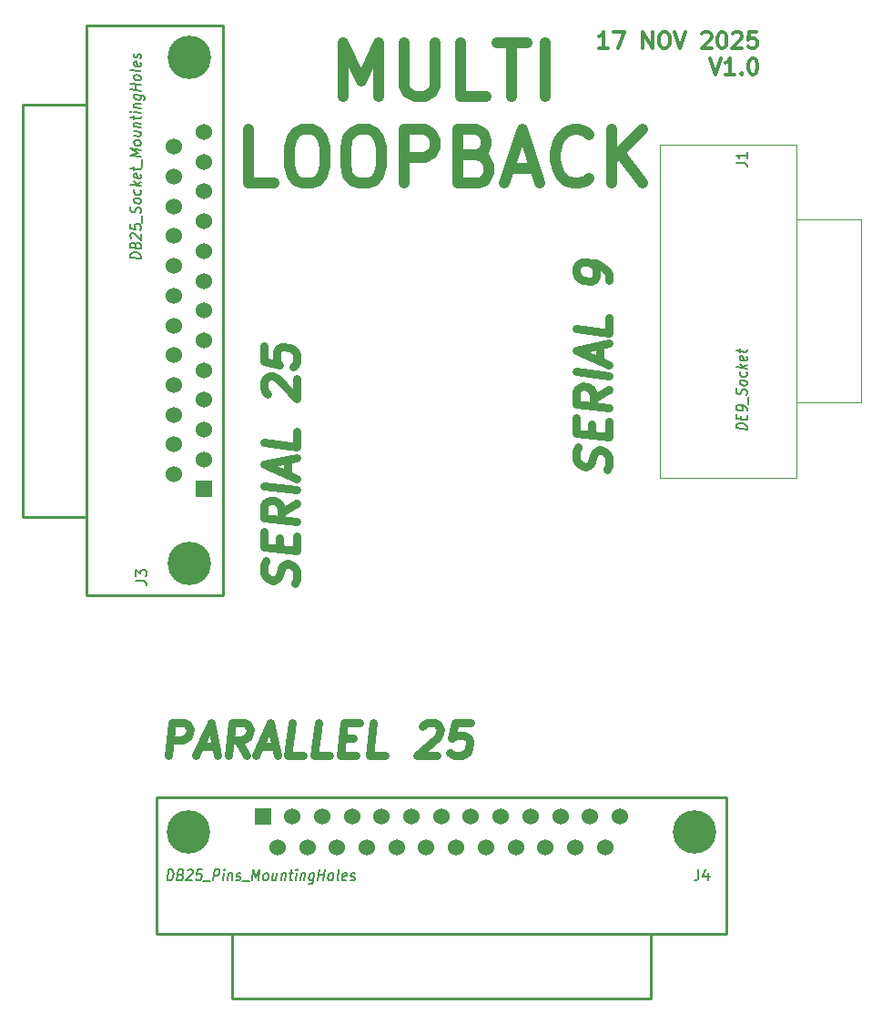
<source format=gbr>
%TF.GenerationSoftware,KiCad,Pcbnew,9.0.4*%
%TF.CreationDate,2025-11-17T21:33:10+13:00*%
%TF.ProjectId,LoopbackBoard,4c6f6f70-6261-4636-9b42-6f6172642e6b,rev?*%
%TF.SameCoordinates,Original*%
%TF.FileFunction,Legend,Top*%
%TF.FilePolarity,Positive*%
%FSLAX46Y46*%
G04 Gerber Fmt 4.6, Leading zero omitted, Abs format (unit mm)*
G04 Created by KiCad (PCBNEW 9.0.4) date 2025-11-17 21:33:10*
%MOMM*%
%LPD*%
G01*
G04 APERTURE LIST*
%ADD10C,0.750000*%
%ADD11C,0.300000*%
%ADD12C,1.000000*%
%ADD13C,0.150000*%
%ADD14C,0.203200*%
%ADD15C,0.120000*%
%ADD16C,0.254000*%
%ADD17R,1.524000X1.524000*%
%ADD18C,1.524000*%
%ADD19C,4.048760*%
G04 APERTURE END LIST*
D10*
X80437849Y-88925657D02*
X80812849Y-85925657D01*
X80812849Y-85925657D02*
X81955706Y-85925657D01*
X81955706Y-85925657D02*
X82223563Y-86068514D01*
X82223563Y-86068514D02*
X82348563Y-86211371D01*
X82348563Y-86211371D02*
X82455706Y-86497085D01*
X82455706Y-86497085D02*
X82402135Y-86925657D01*
X82402135Y-86925657D02*
X82223563Y-87211371D01*
X82223563Y-87211371D02*
X82062849Y-87354228D01*
X82062849Y-87354228D02*
X81759278Y-87497085D01*
X81759278Y-87497085D02*
X80616421Y-87497085D01*
X83402135Y-88068514D02*
X84830706Y-88068514D01*
X83009278Y-88925657D02*
X84384278Y-85925657D01*
X84384278Y-85925657D02*
X85009278Y-88925657D01*
X87723564Y-88925657D02*
X86902135Y-87497085D01*
X86009278Y-88925657D02*
X86384278Y-85925657D01*
X86384278Y-85925657D02*
X87527135Y-85925657D01*
X87527135Y-85925657D02*
X87794992Y-86068514D01*
X87794992Y-86068514D02*
X87919992Y-86211371D01*
X87919992Y-86211371D02*
X88027135Y-86497085D01*
X88027135Y-86497085D02*
X87973564Y-86925657D01*
X87973564Y-86925657D02*
X87794992Y-87211371D01*
X87794992Y-87211371D02*
X87634278Y-87354228D01*
X87634278Y-87354228D02*
X87330707Y-87497085D01*
X87330707Y-87497085D02*
X86187850Y-87497085D01*
X88973564Y-88068514D02*
X90402135Y-88068514D01*
X88580707Y-88925657D02*
X89955707Y-85925657D01*
X89955707Y-85925657D02*
X90580707Y-88925657D01*
X93009279Y-88925657D02*
X91580707Y-88925657D01*
X91580707Y-88925657D02*
X91955707Y-85925657D01*
X95437850Y-88925657D02*
X94009278Y-88925657D01*
X94009278Y-88925657D02*
X94384278Y-85925657D01*
X96634278Y-87354228D02*
X97634278Y-87354228D01*
X97866421Y-88925657D02*
X96437849Y-88925657D01*
X96437849Y-88925657D02*
X96812849Y-85925657D01*
X96812849Y-85925657D02*
X98241421Y-85925657D01*
X100580707Y-88925657D02*
X99152135Y-88925657D01*
X99152135Y-88925657D02*
X99527135Y-85925657D01*
X104062849Y-86211371D02*
X104223563Y-86068514D01*
X104223563Y-86068514D02*
X104527134Y-85925657D01*
X104527134Y-85925657D02*
X105241420Y-85925657D01*
X105241420Y-85925657D02*
X105509277Y-86068514D01*
X105509277Y-86068514D02*
X105634277Y-86211371D01*
X105634277Y-86211371D02*
X105741420Y-86497085D01*
X105741420Y-86497085D02*
X105705706Y-86782800D01*
X105705706Y-86782800D02*
X105509277Y-87211371D01*
X105509277Y-87211371D02*
X103580706Y-88925657D01*
X103580706Y-88925657D02*
X105437849Y-88925657D01*
X108527135Y-85925657D02*
X107098563Y-85925657D01*
X107098563Y-85925657D02*
X106777135Y-87354228D01*
X106777135Y-87354228D02*
X106937849Y-87211371D01*
X106937849Y-87211371D02*
X107241420Y-87068514D01*
X107241420Y-87068514D02*
X107955706Y-87068514D01*
X107955706Y-87068514D02*
X108223563Y-87211371D01*
X108223563Y-87211371D02*
X108348563Y-87354228D01*
X108348563Y-87354228D02*
X108455706Y-87639942D01*
X108455706Y-87639942D02*
X108366420Y-88354228D01*
X108366420Y-88354228D02*
X108187849Y-88639942D01*
X108187849Y-88639942D02*
X108027135Y-88782800D01*
X108027135Y-88782800D02*
X107723563Y-88925657D01*
X107723563Y-88925657D02*
X107009277Y-88925657D01*
X107009277Y-88925657D02*
X106741420Y-88782800D01*
X106741420Y-88782800D02*
X106616420Y-88639942D01*
D11*
X121380625Y-23143428D02*
X120523482Y-23143428D01*
X120952053Y-23143428D02*
X120952053Y-21643428D01*
X120952053Y-21643428D02*
X120809196Y-21857714D01*
X120809196Y-21857714D02*
X120666339Y-22000571D01*
X120666339Y-22000571D02*
X120523482Y-22072000D01*
X121880624Y-21643428D02*
X122880624Y-21643428D01*
X122880624Y-21643428D02*
X122237767Y-23143428D01*
X124594909Y-23143428D02*
X124594909Y-21643428D01*
X124594909Y-21643428D02*
X125452052Y-23143428D01*
X125452052Y-23143428D02*
X125452052Y-21643428D01*
X126452053Y-21643428D02*
X126737767Y-21643428D01*
X126737767Y-21643428D02*
X126880624Y-21714857D01*
X126880624Y-21714857D02*
X127023481Y-21857714D01*
X127023481Y-21857714D02*
X127094910Y-22143428D01*
X127094910Y-22143428D02*
X127094910Y-22643428D01*
X127094910Y-22643428D02*
X127023481Y-22929142D01*
X127023481Y-22929142D02*
X126880624Y-23072000D01*
X126880624Y-23072000D02*
X126737767Y-23143428D01*
X126737767Y-23143428D02*
X126452053Y-23143428D01*
X126452053Y-23143428D02*
X126309196Y-23072000D01*
X126309196Y-23072000D02*
X126166338Y-22929142D01*
X126166338Y-22929142D02*
X126094910Y-22643428D01*
X126094910Y-22643428D02*
X126094910Y-22143428D01*
X126094910Y-22143428D02*
X126166338Y-21857714D01*
X126166338Y-21857714D02*
X126309196Y-21714857D01*
X126309196Y-21714857D02*
X126452053Y-21643428D01*
X127523482Y-21643428D02*
X128023482Y-23143428D01*
X128023482Y-23143428D02*
X128523482Y-21643428D01*
X130094910Y-21786285D02*
X130166338Y-21714857D01*
X130166338Y-21714857D02*
X130309196Y-21643428D01*
X130309196Y-21643428D02*
X130666338Y-21643428D01*
X130666338Y-21643428D02*
X130809196Y-21714857D01*
X130809196Y-21714857D02*
X130880624Y-21786285D01*
X130880624Y-21786285D02*
X130952053Y-21929142D01*
X130952053Y-21929142D02*
X130952053Y-22072000D01*
X130952053Y-22072000D02*
X130880624Y-22286285D01*
X130880624Y-22286285D02*
X130023481Y-23143428D01*
X130023481Y-23143428D02*
X130952053Y-23143428D01*
X131880624Y-21643428D02*
X132023481Y-21643428D01*
X132023481Y-21643428D02*
X132166338Y-21714857D01*
X132166338Y-21714857D02*
X132237767Y-21786285D01*
X132237767Y-21786285D02*
X132309195Y-21929142D01*
X132309195Y-21929142D02*
X132380624Y-22214857D01*
X132380624Y-22214857D02*
X132380624Y-22572000D01*
X132380624Y-22572000D02*
X132309195Y-22857714D01*
X132309195Y-22857714D02*
X132237767Y-23000571D01*
X132237767Y-23000571D02*
X132166338Y-23072000D01*
X132166338Y-23072000D02*
X132023481Y-23143428D01*
X132023481Y-23143428D02*
X131880624Y-23143428D01*
X131880624Y-23143428D02*
X131737767Y-23072000D01*
X131737767Y-23072000D02*
X131666338Y-23000571D01*
X131666338Y-23000571D02*
X131594909Y-22857714D01*
X131594909Y-22857714D02*
X131523481Y-22572000D01*
X131523481Y-22572000D02*
X131523481Y-22214857D01*
X131523481Y-22214857D02*
X131594909Y-21929142D01*
X131594909Y-21929142D02*
X131666338Y-21786285D01*
X131666338Y-21786285D02*
X131737767Y-21714857D01*
X131737767Y-21714857D02*
X131880624Y-21643428D01*
X132952052Y-21786285D02*
X133023480Y-21714857D01*
X133023480Y-21714857D02*
X133166338Y-21643428D01*
X133166338Y-21643428D02*
X133523480Y-21643428D01*
X133523480Y-21643428D02*
X133666338Y-21714857D01*
X133666338Y-21714857D02*
X133737766Y-21786285D01*
X133737766Y-21786285D02*
X133809195Y-21929142D01*
X133809195Y-21929142D02*
X133809195Y-22072000D01*
X133809195Y-22072000D02*
X133737766Y-22286285D01*
X133737766Y-22286285D02*
X132880623Y-23143428D01*
X132880623Y-23143428D02*
X133809195Y-23143428D01*
X135166337Y-21643428D02*
X134452051Y-21643428D01*
X134452051Y-21643428D02*
X134380623Y-22357714D01*
X134380623Y-22357714D02*
X134452051Y-22286285D01*
X134452051Y-22286285D02*
X134594909Y-22214857D01*
X134594909Y-22214857D02*
X134952051Y-22214857D01*
X134952051Y-22214857D02*
X135094909Y-22286285D01*
X135094909Y-22286285D02*
X135166337Y-22357714D01*
X135166337Y-22357714D02*
X135237766Y-22500571D01*
X135237766Y-22500571D02*
X135237766Y-22857714D01*
X135237766Y-22857714D02*
X135166337Y-23000571D01*
X135166337Y-23000571D02*
X135094909Y-23072000D01*
X135094909Y-23072000D02*
X134952051Y-23143428D01*
X134952051Y-23143428D02*
X134594909Y-23143428D01*
X134594909Y-23143428D02*
X134452051Y-23072000D01*
X134452051Y-23072000D02*
X134380623Y-23000571D01*
D10*
X92211800Y-72899950D02*
X92354657Y-72489236D01*
X92354657Y-72489236D02*
X92354657Y-71774950D01*
X92354657Y-71774950D02*
X92211800Y-71471379D01*
X92211800Y-71471379D02*
X92068942Y-71310664D01*
X92068942Y-71310664D02*
X91783228Y-71132093D01*
X91783228Y-71132093D02*
X91497514Y-71096379D01*
X91497514Y-71096379D02*
X91211800Y-71203521D01*
X91211800Y-71203521D02*
X91068942Y-71328521D01*
X91068942Y-71328521D02*
X90926085Y-71596379D01*
X90926085Y-71596379D02*
X90783228Y-72149950D01*
X90783228Y-72149950D02*
X90640371Y-72417807D01*
X90640371Y-72417807D02*
X90497514Y-72542807D01*
X90497514Y-72542807D02*
X90211800Y-72649950D01*
X90211800Y-72649950D02*
X89926085Y-72614236D01*
X89926085Y-72614236D02*
X89640371Y-72435664D01*
X89640371Y-72435664D02*
X89497514Y-72274950D01*
X89497514Y-72274950D02*
X89354657Y-71971379D01*
X89354657Y-71971379D02*
X89354657Y-71257093D01*
X89354657Y-71257093D02*
X89497514Y-70846379D01*
X90783228Y-69721378D02*
X90783228Y-68721378D01*
X92354657Y-68489236D02*
X92354657Y-69917807D01*
X92354657Y-69917807D02*
X89354657Y-69542807D01*
X89354657Y-69542807D02*
X89354657Y-68114236D01*
X92354657Y-65489235D02*
X90926085Y-66310664D01*
X92354657Y-67203521D02*
X89354657Y-66828521D01*
X89354657Y-66828521D02*
X89354657Y-65685664D01*
X89354657Y-65685664D02*
X89497514Y-65417807D01*
X89497514Y-65417807D02*
X89640371Y-65292807D01*
X89640371Y-65292807D02*
X89926085Y-65185664D01*
X89926085Y-65185664D02*
X90354657Y-65239235D01*
X90354657Y-65239235D02*
X90640371Y-65417807D01*
X90640371Y-65417807D02*
X90783228Y-65578521D01*
X90783228Y-65578521D02*
X90926085Y-65882092D01*
X90926085Y-65882092D02*
X90926085Y-67024950D01*
X92354657Y-64203521D02*
X89354657Y-63828521D01*
X91497514Y-62810664D02*
X91497514Y-61382093D01*
X92354657Y-63203521D02*
X89354657Y-61828521D01*
X89354657Y-61828521D02*
X92354657Y-61203521D01*
X92354657Y-58774950D02*
X92354657Y-60203521D01*
X92354657Y-60203521D02*
X89354657Y-59828521D01*
X89640371Y-55292807D02*
X89497514Y-55132093D01*
X89497514Y-55132093D02*
X89354657Y-54828522D01*
X89354657Y-54828522D02*
X89354657Y-54114236D01*
X89354657Y-54114236D02*
X89497514Y-53846379D01*
X89497514Y-53846379D02*
X89640371Y-53721379D01*
X89640371Y-53721379D02*
X89926085Y-53614236D01*
X89926085Y-53614236D02*
X90211800Y-53649950D01*
X90211800Y-53649950D02*
X90640371Y-53846379D01*
X90640371Y-53846379D02*
X92354657Y-55774950D01*
X92354657Y-55774950D02*
X92354657Y-53917807D01*
X89354657Y-50828522D02*
X89354657Y-52257093D01*
X89354657Y-52257093D02*
X90783228Y-52578522D01*
X90783228Y-52578522D02*
X90640371Y-52417807D01*
X90640371Y-52417807D02*
X90497514Y-52114236D01*
X90497514Y-52114236D02*
X90497514Y-51399950D01*
X90497514Y-51399950D02*
X90640371Y-51132093D01*
X90640371Y-51132093D02*
X90783228Y-51007093D01*
X90783228Y-51007093D02*
X91068942Y-50899950D01*
X91068942Y-50899950D02*
X91783228Y-50989236D01*
X91783228Y-50989236D02*
X92068942Y-51167807D01*
X92068942Y-51167807D02*
X92211800Y-51328522D01*
X92211800Y-51328522D02*
X92354657Y-51632093D01*
X92354657Y-51632093D02*
X92354657Y-52346379D01*
X92354657Y-52346379D02*
X92211800Y-52614236D01*
X92211800Y-52614236D02*
X92068942Y-52739236D01*
D11*
X130820025Y-24081828D02*
X131320025Y-25581828D01*
X131320025Y-25581828D02*
X131820025Y-24081828D01*
X133105739Y-25581828D02*
X132248596Y-25581828D01*
X132677167Y-25581828D02*
X132677167Y-24081828D01*
X132677167Y-24081828D02*
X132534310Y-24296114D01*
X132534310Y-24296114D02*
X132391453Y-24438971D01*
X132391453Y-24438971D02*
X132248596Y-24510400D01*
X133748595Y-25438971D02*
X133820024Y-25510400D01*
X133820024Y-25510400D02*
X133748595Y-25581828D01*
X133748595Y-25581828D02*
X133677167Y-25510400D01*
X133677167Y-25510400D02*
X133748595Y-25438971D01*
X133748595Y-25438971D02*
X133748595Y-25581828D01*
X134748596Y-24081828D02*
X134891453Y-24081828D01*
X134891453Y-24081828D02*
X135034310Y-24153257D01*
X135034310Y-24153257D02*
X135105739Y-24224685D01*
X135105739Y-24224685D02*
X135177167Y-24367542D01*
X135177167Y-24367542D02*
X135248596Y-24653257D01*
X135248596Y-24653257D02*
X135248596Y-25010400D01*
X135248596Y-25010400D02*
X135177167Y-25296114D01*
X135177167Y-25296114D02*
X135105739Y-25438971D01*
X135105739Y-25438971D02*
X135034310Y-25510400D01*
X135034310Y-25510400D02*
X134891453Y-25581828D01*
X134891453Y-25581828D02*
X134748596Y-25581828D01*
X134748596Y-25581828D02*
X134605739Y-25510400D01*
X134605739Y-25510400D02*
X134534310Y-25438971D01*
X134534310Y-25438971D02*
X134462881Y-25296114D01*
X134462881Y-25296114D02*
X134391453Y-25010400D01*
X134391453Y-25010400D02*
X134391453Y-24653257D01*
X134391453Y-24653257D02*
X134462881Y-24367542D01*
X134462881Y-24367542D02*
X134534310Y-24224685D01*
X134534310Y-24224685D02*
X134605739Y-24153257D01*
X134605739Y-24153257D02*
X134748596Y-24081828D01*
D10*
X121269400Y-62308150D02*
X121412257Y-61897436D01*
X121412257Y-61897436D02*
X121412257Y-61183150D01*
X121412257Y-61183150D02*
X121269400Y-60879579D01*
X121269400Y-60879579D02*
X121126542Y-60718864D01*
X121126542Y-60718864D02*
X120840828Y-60540293D01*
X120840828Y-60540293D02*
X120555114Y-60504579D01*
X120555114Y-60504579D02*
X120269400Y-60611721D01*
X120269400Y-60611721D02*
X120126542Y-60736721D01*
X120126542Y-60736721D02*
X119983685Y-61004579D01*
X119983685Y-61004579D02*
X119840828Y-61558150D01*
X119840828Y-61558150D02*
X119697971Y-61826007D01*
X119697971Y-61826007D02*
X119555114Y-61951007D01*
X119555114Y-61951007D02*
X119269400Y-62058150D01*
X119269400Y-62058150D02*
X118983685Y-62022436D01*
X118983685Y-62022436D02*
X118697971Y-61843864D01*
X118697971Y-61843864D02*
X118555114Y-61683150D01*
X118555114Y-61683150D02*
X118412257Y-61379579D01*
X118412257Y-61379579D02*
X118412257Y-60665293D01*
X118412257Y-60665293D02*
X118555114Y-60254579D01*
X119840828Y-59129578D02*
X119840828Y-58129578D01*
X121412257Y-57897436D02*
X121412257Y-59326007D01*
X121412257Y-59326007D02*
X118412257Y-58951007D01*
X118412257Y-58951007D02*
X118412257Y-57522436D01*
X121412257Y-54897435D02*
X119983685Y-55718864D01*
X121412257Y-56611721D02*
X118412257Y-56236721D01*
X118412257Y-56236721D02*
X118412257Y-55093864D01*
X118412257Y-55093864D02*
X118555114Y-54826007D01*
X118555114Y-54826007D02*
X118697971Y-54701007D01*
X118697971Y-54701007D02*
X118983685Y-54593864D01*
X118983685Y-54593864D02*
X119412257Y-54647435D01*
X119412257Y-54647435D02*
X119697971Y-54826007D01*
X119697971Y-54826007D02*
X119840828Y-54986721D01*
X119840828Y-54986721D02*
X119983685Y-55290292D01*
X119983685Y-55290292D02*
X119983685Y-56433150D01*
X121412257Y-53611721D02*
X118412257Y-53236721D01*
X120555114Y-52218864D02*
X120555114Y-50790293D01*
X121412257Y-52611721D02*
X118412257Y-51236721D01*
X118412257Y-51236721D02*
X121412257Y-50611721D01*
X121412257Y-48183150D02*
X121412257Y-49611721D01*
X121412257Y-49611721D02*
X118412257Y-49236721D01*
X121412257Y-44754579D02*
X121412257Y-44183150D01*
X121412257Y-44183150D02*
X121269400Y-43879579D01*
X121269400Y-43879579D02*
X121126542Y-43718865D01*
X121126542Y-43718865D02*
X120697971Y-43379579D01*
X120697971Y-43379579D02*
X120126542Y-43165293D01*
X120126542Y-43165293D02*
X118983685Y-43022436D01*
X118983685Y-43022436D02*
X118697971Y-43129579D01*
X118697971Y-43129579D02*
X118555114Y-43254579D01*
X118555114Y-43254579D02*
X118412257Y-43522436D01*
X118412257Y-43522436D02*
X118412257Y-44093865D01*
X118412257Y-44093865D02*
X118555114Y-44397436D01*
X118555114Y-44397436D02*
X118697971Y-44558150D01*
X118697971Y-44558150D02*
X118983685Y-44736722D01*
X118983685Y-44736722D02*
X119697971Y-44826007D01*
X119697971Y-44826007D02*
X119983685Y-44718865D01*
X119983685Y-44718865D02*
X120126542Y-44593865D01*
X120126542Y-44593865D02*
X120269400Y-44326007D01*
X120269400Y-44326007D02*
X120269400Y-43754579D01*
X120269400Y-43754579D02*
X120126542Y-43451007D01*
X120126542Y-43451007D02*
X119983685Y-43290293D01*
X119983685Y-43290293D02*
X119697971Y-43111722D01*
D12*
X96691038Y-27659175D02*
X96691038Y-22659175D01*
X96691038Y-22659175D02*
X98357704Y-26230603D01*
X98357704Y-26230603D02*
X100024371Y-22659175D01*
X100024371Y-22659175D02*
X100024371Y-27659175D01*
X102405324Y-22659175D02*
X102405324Y-26706794D01*
X102405324Y-26706794D02*
X102643419Y-27182984D01*
X102643419Y-27182984D02*
X102881514Y-27421080D01*
X102881514Y-27421080D02*
X103357705Y-27659175D01*
X103357705Y-27659175D02*
X104310086Y-27659175D01*
X104310086Y-27659175D02*
X104786276Y-27421080D01*
X104786276Y-27421080D02*
X105024371Y-27182984D01*
X105024371Y-27182984D02*
X105262467Y-26706794D01*
X105262467Y-26706794D02*
X105262467Y-22659175D01*
X110024371Y-27659175D02*
X107643419Y-27659175D01*
X107643419Y-27659175D02*
X107643419Y-22659175D01*
X110976752Y-22659175D02*
X113833895Y-22659175D01*
X112405323Y-27659175D02*
X112405323Y-22659175D01*
X115500562Y-27659175D02*
X115500562Y-22659175D01*
X90262467Y-35708895D02*
X87881515Y-35708895D01*
X87881515Y-35708895D02*
X87881515Y-30708895D01*
X92881515Y-30708895D02*
X93833896Y-30708895D01*
X93833896Y-30708895D02*
X94310086Y-30946990D01*
X94310086Y-30946990D02*
X94786277Y-31423180D01*
X94786277Y-31423180D02*
X95024372Y-32375561D01*
X95024372Y-32375561D02*
X95024372Y-34042228D01*
X95024372Y-34042228D02*
X94786277Y-34994609D01*
X94786277Y-34994609D02*
X94310086Y-35470800D01*
X94310086Y-35470800D02*
X93833896Y-35708895D01*
X93833896Y-35708895D02*
X92881515Y-35708895D01*
X92881515Y-35708895D02*
X92405324Y-35470800D01*
X92405324Y-35470800D02*
X91929134Y-34994609D01*
X91929134Y-34994609D02*
X91691038Y-34042228D01*
X91691038Y-34042228D02*
X91691038Y-32375561D01*
X91691038Y-32375561D02*
X91929134Y-31423180D01*
X91929134Y-31423180D02*
X92405324Y-30946990D01*
X92405324Y-30946990D02*
X92881515Y-30708895D01*
X98119610Y-30708895D02*
X99071991Y-30708895D01*
X99071991Y-30708895D02*
X99548181Y-30946990D01*
X99548181Y-30946990D02*
X100024372Y-31423180D01*
X100024372Y-31423180D02*
X100262467Y-32375561D01*
X100262467Y-32375561D02*
X100262467Y-34042228D01*
X100262467Y-34042228D02*
X100024372Y-34994609D01*
X100024372Y-34994609D02*
X99548181Y-35470800D01*
X99548181Y-35470800D02*
X99071991Y-35708895D01*
X99071991Y-35708895D02*
X98119610Y-35708895D01*
X98119610Y-35708895D02*
X97643419Y-35470800D01*
X97643419Y-35470800D02*
X97167229Y-34994609D01*
X97167229Y-34994609D02*
X96929133Y-34042228D01*
X96929133Y-34042228D02*
X96929133Y-32375561D01*
X96929133Y-32375561D02*
X97167229Y-31423180D01*
X97167229Y-31423180D02*
X97643419Y-30946990D01*
X97643419Y-30946990D02*
X98119610Y-30708895D01*
X102405324Y-35708895D02*
X102405324Y-30708895D01*
X102405324Y-30708895D02*
X104310086Y-30708895D01*
X104310086Y-30708895D02*
X104786276Y-30946990D01*
X104786276Y-30946990D02*
X105024371Y-31185085D01*
X105024371Y-31185085D02*
X105262467Y-31661276D01*
X105262467Y-31661276D02*
X105262467Y-32375561D01*
X105262467Y-32375561D02*
X105024371Y-32851752D01*
X105024371Y-32851752D02*
X104786276Y-33089847D01*
X104786276Y-33089847D02*
X104310086Y-33327942D01*
X104310086Y-33327942D02*
X102405324Y-33327942D01*
X109071990Y-33089847D02*
X109786276Y-33327942D01*
X109786276Y-33327942D02*
X110024371Y-33566038D01*
X110024371Y-33566038D02*
X110262467Y-34042228D01*
X110262467Y-34042228D02*
X110262467Y-34756514D01*
X110262467Y-34756514D02*
X110024371Y-35232704D01*
X110024371Y-35232704D02*
X109786276Y-35470800D01*
X109786276Y-35470800D02*
X109310086Y-35708895D01*
X109310086Y-35708895D02*
X107405324Y-35708895D01*
X107405324Y-35708895D02*
X107405324Y-30708895D01*
X107405324Y-30708895D02*
X109071990Y-30708895D01*
X109071990Y-30708895D02*
X109548181Y-30946990D01*
X109548181Y-30946990D02*
X109786276Y-31185085D01*
X109786276Y-31185085D02*
X110024371Y-31661276D01*
X110024371Y-31661276D02*
X110024371Y-32137466D01*
X110024371Y-32137466D02*
X109786276Y-32613657D01*
X109786276Y-32613657D02*
X109548181Y-32851752D01*
X109548181Y-32851752D02*
X109071990Y-33089847D01*
X109071990Y-33089847D02*
X107405324Y-33089847D01*
X112167228Y-34280323D02*
X114548181Y-34280323D01*
X111691038Y-35708895D02*
X113357705Y-30708895D01*
X113357705Y-30708895D02*
X115024371Y-35708895D01*
X119548181Y-35232704D02*
X119310085Y-35470800D01*
X119310085Y-35470800D02*
X118595800Y-35708895D01*
X118595800Y-35708895D02*
X118119609Y-35708895D01*
X118119609Y-35708895D02*
X117405323Y-35470800D01*
X117405323Y-35470800D02*
X116929133Y-34994609D01*
X116929133Y-34994609D02*
X116691038Y-34518419D01*
X116691038Y-34518419D02*
X116452942Y-33566038D01*
X116452942Y-33566038D02*
X116452942Y-32851752D01*
X116452942Y-32851752D02*
X116691038Y-31899371D01*
X116691038Y-31899371D02*
X116929133Y-31423180D01*
X116929133Y-31423180D02*
X117405323Y-30946990D01*
X117405323Y-30946990D02*
X118119609Y-30708895D01*
X118119609Y-30708895D02*
X118595800Y-30708895D01*
X118595800Y-30708895D02*
X119310085Y-30946990D01*
X119310085Y-30946990D02*
X119548181Y-31185085D01*
X121691038Y-35708895D02*
X121691038Y-30708895D01*
X124548181Y-35708895D02*
X122405323Y-32851752D01*
X124548181Y-30708895D02*
X121691038Y-33566038D01*
D13*
X133287419Y-33810533D02*
X134001704Y-33810533D01*
X134001704Y-33810533D02*
X134144561Y-33858152D01*
X134144561Y-33858152D02*
X134239800Y-33953390D01*
X134239800Y-33953390D02*
X134287419Y-34096247D01*
X134287419Y-34096247D02*
X134287419Y-34191485D01*
X134287419Y-32810533D02*
X134287419Y-33381961D01*
X134287419Y-33096247D02*
X133287419Y-33096247D01*
X133287419Y-33096247D02*
X133430276Y-33191485D01*
X133430276Y-33191485D02*
X133525514Y-33286723D01*
X133525514Y-33286723D02*
X133573133Y-33381961D01*
X134262019Y-58614409D02*
X133262019Y-58489409D01*
X133262019Y-58489409D02*
X133262019Y-58275123D01*
X133262019Y-58275123D02*
X133309638Y-58152504D01*
X133309638Y-58152504D02*
X133404876Y-58078695D01*
X133404876Y-58078695D02*
X133500114Y-58047743D01*
X133500114Y-58047743D02*
X133690590Y-58028695D01*
X133690590Y-58028695D02*
X133833447Y-58046552D01*
X133833447Y-58046552D02*
X134023923Y-58113219D01*
X134023923Y-58113219D02*
X134119161Y-58167981D01*
X134119161Y-58167981D02*
X134214400Y-58265600D01*
X134214400Y-58265600D02*
X134262019Y-58400123D01*
X134262019Y-58400123D02*
X134262019Y-58614409D01*
X133738209Y-57648933D02*
X133738209Y-57348933D01*
X134262019Y-57285838D02*
X134262019Y-57714409D01*
X134262019Y-57714409D02*
X133262019Y-57589409D01*
X133262019Y-57589409D02*
X133262019Y-57160838D01*
X134262019Y-56857266D02*
X134262019Y-56685837D01*
X134262019Y-56685837D02*
X134214400Y-56594171D01*
X134214400Y-56594171D02*
X134166780Y-56545361D01*
X134166780Y-56545361D02*
X134023923Y-56441790D01*
X134023923Y-56441790D02*
X133833447Y-56375123D01*
X133833447Y-56375123D02*
X133452495Y-56327504D01*
X133452495Y-56327504D02*
X133357257Y-56358457D01*
X133357257Y-56358457D02*
X133309638Y-56395361D01*
X133309638Y-56395361D02*
X133262019Y-56475123D01*
X133262019Y-56475123D02*
X133262019Y-56646552D01*
X133262019Y-56646552D02*
X133309638Y-56738218D01*
X133309638Y-56738218D02*
X133357257Y-56787028D01*
X133357257Y-56787028D02*
X133452495Y-56841790D01*
X133452495Y-56841790D02*
X133690590Y-56871552D01*
X133690590Y-56871552D02*
X133785828Y-56840599D01*
X133785828Y-56840599D02*
X133833447Y-56803695D01*
X133833447Y-56803695D02*
X133881066Y-56723933D01*
X133881066Y-56723933D02*
X133881066Y-56552504D01*
X133881066Y-56552504D02*
X133833447Y-56460837D01*
X133833447Y-56460837D02*
X133785828Y-56412028D01*
X133785828Y-56412028D02*
X133690590Y-56357266D01*
X134357257Y-56269171D02*
X134357257Y-55583456D01*
X134214400Y-55394171D02*
X134262019Y-55271552D01*
X134262019Y-55271552D02*
X134262019Y-55057266D01*
X134262019Y-55057266D02*
X134214400Y-54965600D01*
X134214400Y-54965600D02*
X134166780Y-54916790D01*
X134166780Y-54916790D02*
X134071542Y-54862028D01*
X134071542Y-54862028D02*
X133976304Y-54850123D01*
X133976304Y-54850123D02*
X133881066Y-54881076D01*
X133881066Y-54881076D02*
X133833447Y-54917980D01*
X133833447Y-54917980D02*
X133785828Y-54997742D01*
X133785828Y-54997742D02*
X133738209Y-55163219D01*
X133738209Y-55163219D02*
X133690590Y-55242980D01*
X133690590Y-55242980D02*
X133642971Y-55279885D01*
X133642971Y-55279885D02*
X133547733Y-55310838D01*
X133547733Y-55310838D02*
X133452495Y-55298933D01*
X133452495Y-55298933D02*
X133357257Y-55244171D01*
X133357257Y-55244171D02*
X133309638Y-55195361D01*
X133309638Y-55195361D02*
X133262019Y-55103695D01*
X133262019Y-55103695D02*
X133262019Y-54889409D01*
X133262019Y-54889409D02*
X133309638Y-54766790D01*
X134262019Y-54371552D02*
X134214400Y-54451314D01*
X134214400Y-54451314D02*
X134166780Y-54488218D01*
X134166780Y-54488218D02*
X134071542Y-54519171D01*
X134071542Y-54519171D02*
X133785828Y-54483457D01*
X133785828Y-54483457D02*
X133690590Y-54428695D01*
X133690590Y-54428695D02*
X133642971Y-54379885D01*
X133642971Y-54379885D02*
X133595352Y-54288218D01*
X133595352Y-54288218D02*
X133595352Y-54159647D01*
X133595352Y-54159647D02*
X133642971Y-54079885D01*
X133642971Y-54079885D02*
X133690590Y-54042980D01*
X133690590Y-54042980D02*
X133785828Y-54012028D01*
X133785828Y-54012028D02*
X134071542Y-54047742D01*
X134071542Y-54047742D02*
X134166780Y-54102504D01*
X134166780Y-54102504D02*
X134214400Y-54151314D01*
X134214400Y-54151314D02*
X134262019Y-54242980D01*
X134262019Y-54242980D02*
X134262019Y-54371552D01*
X134214400Y-53294171D02*
X134262019Y-53385837D01*
X134262019Y-53385837D02*
X134262019Y-53557266D01*
X134262019Y-53557266D02*
X134214400Y-53637028D01*
X134214400Y-53637028D02*
X134166780Y-53673932D01*
X134166780Y-53673932D02*
X134071542Y-53704885D01*
X134071542Y-53704885D02*
X133785828Y-53669171D01*
X133785828Y-53669171D02*
X133690590Y-53614409D01*
X133690590Y-53614409D02*
X133642971Y-53565599D01*
X133642971Y-53565599D02*
X133595352Y-53473932D01*
X133595352Y-53473932D02*
X133595352Y-53302504D01*
X133595352Y-53302504D02*
X133642971Y-53222742D01*
X134262019Y-52914408D02*
X133262019Y-52789408D01*
X133881066Y-52781075D02*
X134262019Y-52571551D01*
X133595352Y-52488218D02*
X133976304Y-52878694D01*
X134214400Y-51837028D02*
X134262019Y-51928694D01*
X134262019Y-51928694D02*
X134262019Y-52100123D01*
X134262019Y-52100123D02*
X134214400Y-52179885D01*
X134214400Y-52179885D02*
X134119161Y-52210837D01*
X134119161Y-52210837D02*
X133738209Y-52163218D01*
X133738209Y-52163218D02*
X133642971Y-52108456D01*
X133642971Y-52108456D02*
X133595352Y-52016790D01*
X133595352Y-52016790D02*
X133595352Y-51845361D01*
X133595352Y-51845361D02*
X133642971Y-51765599D01*
X133642971Y-51765599D02*
X133738209Y-51734647D01*
X133738209Y-51734647D02*
X133833447Y-51746551D01*
X133833447Y-51746551D02*
X133928685Y-52187028D01*
X133595352Y-51459646D02*
X133595352Y-51116789D01*
X133262019Y-51289408D02*
X134119161Y-51396551D01*
X134119161Y-51396551D02*
X134214400Y-51365599D01*
X134214400Y-51365599D02*
X134262019Y-51285837D01*
X134262019Y-51285837D02*
X134262019Y-51200122D01*
D14*
X129734733Y-99544853D02*
X129734733Y-100270568D01*
X129734733Y-100270568D02*
X129686352Y-100415711D01*
X129686352Y-100415711D02*
X129589590Y-100512473D01*
X129589590Y-100512473D02*
X129444447Y-100560853D01*
X129444447Y-100560853D02*
X129347685Y-100560853D01*
X130653971Y-99883520D02*
X130653971Y-100560853D01*
X130412066Y-99496473D02*
X130170161Y-100222187D01*
X130170161Y-100222187D02*
X130799114Y-100222187D01*
X80334152Y-100560853D02*
X80461152Y-99544853D01*
X80461152Y-99544853D02*
X80678866Y-99544853D01*
X80678866Y-99544853D02*
X80803447Y-99593234D01*
X80803447Y-99593234D02*
X80878438Y-99689996D01*
X80878438Y-99689996D02*
X80909886Y-99786758D01*
X80909886Y-99786758D02*
X80929238Y-99980282D01*
X80929238Y-99980282D02*
X80911095Y-100125425D01*
X80911095Y-100125425D02*
X80843362Y-100318949D01*
X80843362Y-100318949D02*
X80787724Y-100415711D01*
X80787724Y-100415711D02*
X80688543Y-100512473D01*
X80688543Y-100512473D02*
X80551866Y-100560853D01*
X80551866Y-100560853D02*
X80334152Y-100560853D01*
X81619876Y-100028663D02*
X81744457Y-100077044D01*
X81744457Y-100077044D02*
X81781952Y-100125425D01*
X81781952Y-100125425D02*
X81813400Y-100222187D01*
X81813400Y-100222187D02*
X81795257Y-100367330D01*
X81795257Y-100367330D02*
X81739619Y-100464092D01*
X81739619Y-100464092D02*
X81690028Y-100512473D01*
X81690028Y-100512473D02*
X81596895Y-100560853D01*
X81596895Y-100560853D02*
X81248552Y-100560853D01*
X81248552Y-100560853D02*
X81375552Y-99544853D01*
X81375552Y-99544853D02*
X81680352Y-99544853D01*
X81680352Y-99544853D02*
X81761390Y-99593234D01*
X81761390Y-99593234D02*
X81798886Y-99641615D01*
X81798886Y-99641615D02*
X81830333Y-99738377D01*
X81830333Y-99738377D02*
X81818238Y-99835139D01*
X81818238Y-99835139D02*
X81762600Y-99931901D01*
X81762600Y-99931901D02*
X81713009Y-99980282D01*
X81713009Y-99980282D02*
X81619876Y-100028663D01*
X81619876Y-100028663D02*
X81315076Y-100028663D01*
X82234314Y-99641615D02*
X82283905Y-99593234D01*
X82283905Y-99593234D02*
X82377038Y-99544853D01*
X82377038Y-99544853D02*
X82594752Y-99544853D01*
X82594752Y-99544853D02*
X82675790Y-99593234D01*
X82675790Y-99593234D02*
X82713286Y-99641615D01*
X82713286Y-99641615D02*
X82744733Y-99738377D01*
X82744733Y-99738377D02*
X82732638Y-99835139D01*
X82732638Y-99835139D02*
X82670952Y-99980282D01*
X82670952Y-99980282D02*
X82075866Y-100560853D01*
X82075866Y-100560853D02*
X82641924Y-100560853D01*
X83596238Y-99544853D02*
X83160809Y-99544853D01*
X83160809Y-99544853D02*
X83056790Y-100028663D01*
X83056790Y-100028663D02*
X83106381Y-99980282D01*
X83106381Y-99980282D02*
X83199514Y-99931901D01*
X83199514Y-99931901D02*
X83417228Y-99931901D01*
X83417228Y-99931901D02*
X83498266Y-99980282D01*
X83498266Y-99980282D02*
X83535762Y-100028663D01*
X83535762Y-100028663D02*
X83567209Y-100125425D01*
X83567209Y-100125425D02*
X83536971Y-100367330D01*
X83536971Y-100367330D02*
X83481333Y-100464092D01*
X83481333Y-100464092D02*
X83431743Y-100512473D01*
X83431743Y-100512473D02*
X83338609Y-100560853D01*
X83338609Y-100560853D02*
X83120895Y-100560853D01*
X83120895Y-100560853D02*
X83039857Y-100512473D01*
X83039857Y-100512473D02*
X83002362Y-100464092D01*
X83674857Y-100657615D02*
X84371542Y-100657615D01*
X84601352Y-100560853D02*
X84728352Y-99544853D01*
X84728352Y-99544853D02*
X85076695Y-99544853D01*
X85076695Y-99544853D02*
X85157733Y-99593234D01*
X85157733Y-99593234D02*
X85195228Y-99641615D01*
X85195228Y-99641615D02*
X85226676Y-99738377D01*
X85226676Y-99738377D02*
X85208533Y-99883520D01*
X85208533Y-99883520D02*
X85152895Y-99980282D01*
X85152895Y-99980282D02*
X85103305Y-100028663D01*
X85103305Y-100028663D02*
X85010171Y-100077044D01*
X85010171Y-100077044D02*
X84661828Y-100077044D01*
X85515752Y-100560853D02*
X85600419Y-99883520D01*
X85642752Y-99544853D02*
X85593162Y-99593234D01*
X85593162Y-99593234D02*
X85630657Y-99641615D01*
X85630657Y-99641615D02*
X85680247Y-99593234D01*
X85680247Y-99593234D02*
X85642752Y-99544853D01*
X85642752Y-99544853D02*
X85630657Y-99641615D01*
X86035848Y-99883520D02*
X85951181Y-100560853D01*
X86023753Y-99980282D02*
X86073343Y-99931901D01*
X86073343Y-99931901D02*
X86166476Y-99883520D01*
X86166476Y-99883520D02*
X86297105Y-99883520D01*
X86297105Y-99883520D02*
X86378143Y-99931901D01*
X86378143Y-99931901D02*
X86409591Y-100028663D01*
X86409591Y-100028663D02*
X86343067Y-100560853D01*
X86741000Y-100512473D02*
X86822038Y-100560853D01*
X86822038Y-100560853D02*
X86996209Y-100560853D01*
X86996209Y-100560853D02*
X87089343Y-100512473D01*
X87089343Y-100512473D02*
X87144981Y-100415711D01*
X87144981Y-100415711D02*
X87151029Y-100367330D01*
X87151029Y-100367330D02*
X87119581Y-100270568D01*
X87119581Y-100270568D02*
X87038543Y-100222187D01*
X87038543Y-100222187D02*
X86907914Y-100222187D01*
X86907914Y-100222187D02*
X86826876Y-100173806D01*
X86826876Y-100173806D02*
X86795429Y-100077044D01*
X86795429Y-100077044D02*
X86801476Y-100028663D01*
X86801476Y-100028663D02*
X86857114Y-99931901D01*
X86857114Y-99931901D02*
X86950248Y-99883520D01*
X86950248Y-99883520D02*
X87080876Y-99883520D01*
X87080876Y-99883520D02*
X87161914Y-99931901D01*
X87288915Y-100657615D02*
X87985600Y-100657615D01*
X88215410Y-100560853D02*
X88342410Y-99544853D01*
X88342410Y-99544853D02*
X88556496Y-100270568D01*
X88556496Y-100270568D02*
X88952010Y-99544853D01*
X88952010Y-99544853D02*
X88825010Y-100560853D01*
X89391068Y-100560853D02*
X89310030Y-100512473D01*
X89310030Y-100512473D02*
X89272534Y-100464092D01*
X89272534Y-100464092D02*
X89241087Y-100367330D01*
X89241087Y-100367330D02*
X89277373Y-100077044D01*
X89277373Y-100077044D02*
X89333011Y-99980282D01*
X89333011Y-99980282D02*
X89382601Y-99931901D01*
X89382601Y-99931901D02*
X89475734Y-99883520D01*
X89475734Y-99883520D02*
X89606363Y-99883520D01*
X89606363Y-99883520D02*
X89687401Y-99931901D01*
X89687401Y-99931901D02*
X89724896Y-99980282D01*
X89724896Y-99980282D02*
X89756344Y-100077044D01*
X89756344Y-100077044D02*
X89720058Y-100367330D01*
X89720058Y-100367330D02*
X89664420Y-100464092D01*
X89664420Y-100464092D02*
X89614830Y-100512473D01*
X89614830Y-100512473D02*
X89521696Y-100560853D01*
X89521696Y-100560853D02*
X89391068Y-100560853D01*
X90564306Y-99883520D02*
X90479639Y-100560853D01*
X90172420Y-99883520D02*
X90105896Y-100415711D01*
X90105896Y-100415711D02*
X90137344Y-100512473D01*
X90137344Y-100512473D02*
X90218382Y-100560853D01*
X90218382Y-100560853D02*
X90349010Y-100560853D01*
X90349010Y-100560853D02*
X90442144Y-100512473D01*
X90442144Y-100512473D02*
X90491734Y-100464092D01*
X90999734Y-99883520D02*
X90915067Y-100560853D01*
X90987639Y-99980282D02*
X91037229Y-99931901D01*
X91037229Y-99931901D02*
X91130362Y-99883520D01*
X91130362Y-99883520D02*
X91260991Y-99883520D01*
X91260991Y-99883520D02*
X91342029Y-99931901D01*
X91342029Y-99931901D02*
X91373477Y-100028663D01*
X91373477Y-100028663D02*
X91306953Y-100560853D01*
X91696419Y-99883520D02*
X92044762Y-99883520D01*
X91869381Y-99544853D02*
X91760524Y-100415711D01*
X91760524Y-100415711D02*
X91791972Y-100512473D01*
X91791972Y-100512473D02*
X91873010Y-100560853D01*
X91873010Y-100560853D02*
X91960095Y-100560853D01*
X92264895Y-100560853D02*
X92349562Y-99883520D01*
X92391895Y-99544853D02*
X92342305Y-99593234D01*
X92342305Y-99593234D02*
X92379800Y-99641615D01*
X92379800Y-99641615D02*
X92429390Y-99593234D01*
X92429390Y-99593234D02*
X92391895Y-99544853D01*
X92391895Y-99544853D02*
X92379800Y-99641615D01*
X92784991Y-99883520D02*
X92700324Y-100560853D01*
X92772896Y-99980282D02*
X92822486Y-99931901D01*
X92822486Y-99931901D02*
X92915619Y-99883520D01*
X92915619Y-99883520D02*
X93046248Y-99883520D01*
X93046248Y-99883520D02*
X93127286Y-99931901D01*
X93127286Y-99931901D02*
X93158734Y-100028663D01*
X93158734Y-100028663D02*
X93092210Y-100560853D01*
X94004191Y-99883520D02*
X93901381Y-100705996D01*
X93901381Y-100705996D02*
X93845743Y-100802758D01*
X93845743Y-100802758D02*
X93796152Y-100851139D01*
X93796152Y-100851139D02*
X93703019Y-100899520D01*
X93703019Y-100899520D02*
X93572391Y-100899520D01*
X93572391Y-100899520D02*
X93491352Y-100851139D01*
X93925572Y-100512473D02*
X93832438Y-100560853D01*
X93832438Y-100560853D02*
X93658267Y-100560853D01*
X93658267Y-100560853D02*
X93577229Y-100512473D01*
X93577229Y-100512473D02*
X93539733Y-100464092D01*
X93539733Y-100464092D02*
X93508286Y-100367330D01*
X93508286Y-100367330D02*
X93544572Y-100077044D01*
X93544572Y-100077044D02*
X93600210Y-99980282D01*
X93600210Y-99980282D02*
X93649800Y-99931901D01*
X93649800Y-99931901D02*
X93742933Y-99883520D01*
X93742933Y-99883520D02*
X93917105Y-99883520D01*
X93917105Y-99883520D02*
X93998143Y-99931901D01*
X94354952Y-100560853D02*
X94481952Y-99544853D01*
X94421476Y-100028663D02*
X94943990Y-100028663D01*
X94877466Y-100560853D02*
X95004466Y-99544853D01*
X95443524Y-100560853D02*
X95362486Y-100512473D01*
X95362486Y-100512473D02*
X95324990Y-100464092D01*
X95324990Y-100464092D02*
X95293543Y-100367330D01*
X95293543Y-100367330D02*
X95329829Y-100077044D01*
X95329829Y-100077044D02*
X95385467Y-99980282D01*
X95385467Y-99980282D02*
X95435057Y-99931901D01*
X95435057Y-99931901D02*
X95528190Y-99883520D01*
X95528190Y-99883520D02*
X95658819Y-99883520D01*
X95658819Y-99883520D02*
X95739857Y-99931901D01*
X95739857Y-99931901D02*
X95777352Y-99980282D01*
X95777352Y-99980282D02*
X95808800Y-100077044D01*
X95808800Y-100077044D02*
X95772514Y-100367330D01*
X95772514Y-100367330D02*
X95716876Y-100464092D01*
X95716876Y-100464092D02*
X95667286Y-100512473D01*
X95667286Y-100512473D02*
X95574152Y-100560853D01*
X95574152Y-100560853D02*
X95443524Y-100560853D01*
X96270838Y-100560853D02*
X96189800Y-100512473D01*
X96189800Y-100512473D02*
X96158352Y-100415711D01*
X96158352Y-100415711D02*
X96267209Y-99544853D01*
X96973571Y-100512473D02*
X96880437Y-100560853D01*
X96880437Y-100560853D02*
X96706266Y-100560853D01*
X96706266Y-100560853D02*
X96625228Y-100512473D01*
X96625228Y-100512473D02*
X96593780Y-100415711D01*
X96593780Y-100415711D02*
X96642161Y-100028663D01*
X96642161Y-100028663D02*
X96697799Y-99931901D01*
X96697799Y-99931901D02*
X96790933Y-99883520D01*
X96790933Y-99883520D02*
X96965104Y-99883520D01*
X96965104Y-99883520D02*
X97046142Y-99931901D01*
X97046142Y-99931901D02*
X97077590Y-100028663D01*
X97077590Y-100028663D02*
X97065494Y-100125425D01*
X97065494Y-100125425D02*
X96617971Y-100222187D01*
X97365456Y-100512473D02*
X97446494Y-100560853D01*
X97446494Y-100560853D02*
X97620665Y-100560853D01*
X97620665Y-100560853D02*
X97713799Y-100512473D01*
X97713799Y-100512473D02*
X97769437Y-100415711D01*
X97769437Y-100415711D02*
X97775485Y-100367330D01*
X97775485Y-100367330D02*
X97744037Y-100270568D01*
X97744037Y-100270568D02*
X97662999Y-100222187D01*
X97662999Y-100222187D02*
X97532370Y-100222187D01*
X97532370Y-100222187D02*
X97451332Y-100173806D01*
X97451332Y-100173806D02*
X97419885Y-100077044D01*
X97419885Y-100077044D02*
X97425932Y-100028663D01*
X97425932Y-100028663D02*
X97481570Y-99931901D01*
X97481570Y-99931901D02*
X97574704Y-99883520D01*
X97574704Y-99883520D02*
X97705332Y-99883520D01*
X97705332Y-99883520D02*
X97786370Y-99931901D01*
X77396053Y-72677866D02*
X78121768Y-72677866D01*
X78121768Y-72677866D02*
X78266911Y-72726247D01*
X78266911Y-72726247D02*
X78363673Y-72823009D01*
X78363673Y-72823009D02*
X78412053Y-72968152D01*
X78412053Y-72968152D02*
X78412053Y-73064914D01*
X77396053Y-72290819D02*
X77396053Y-71661866D01*
X77396053Y-71661866D02*
X77783101Y-72000533D01*
X77783101Y-72000533D02*
X77783101Y-71855390D01*
X77783101Y-71855390D02*
X77831482Y-71758628D01*
X77831482Y-71758628D02*
X77879863Y-71710247D01*
X77879863Y-71710247D02*
X77976625Y-71661866D01*
X77976625Y-71661866D02*
X78218530Y-71661866D01*
X78218530Y-71661866D02*
X78315292Y-71710247D01*
X78315292Y-71710247D02*
X78363673Y-71758628D01*
X78363673Y-71758628D02*
X78412053Y-71855390D01*
X78412053Y-71855390D02*
X78412053Y-72145676D01*
X78412053Y-72145676D02*
X78363673Y-72242438D01*
X78363673Y-72242438D02*
X78315292Y-72290819D01*
X77904053Y-42721589D02*
X76888053Y-42594589D01*
X76888053Y-42594589D02*
X76888053Y-42376875D01*
X76888053Y-42376875D02*
X76936434Y-42252294D01*
X76936434Y-42252294D02*
X77033196Y-42177303D01*
X77033196Y-42177303D02*
X77129958Y-42145856D01*
X77129958Y-42145856D02*
X77323482Y-42126503D01*
X77323482Y-42126503D02*
X77468625Y-42144646D01*
X77468625Y-42144646D02*
X77662149Y-42212379D01*
X77662149Y-42212379D02*
X77758911Y-42268017D01*
X77758911Y-42268017D02*
X77855673Y-42367198D01*
X77855673Y-42367198D02*
X77904053Y-42503875D01*
X77904053Y-42503875D02*
X77904053Y-42721589D01*
X77371863Y-41435865D02*
X77420244Y-41311284D01*
X77420244Y-41311284D02*
X77468625Y-41273789D01*
X77468625Y-41273789D02*
X77565387Y-41242341D01*
X77565387Y-41242341D02*
X77710530Y-41260484D01*
X77710530Y-41260484D02*
X77807292Y-41316122D01*
X77807292Y-41316122D02*
X77855673Y-41365713D01*
X77855673Y-41365713D02*
X77904053Y-41458846D01*
X77904053Y-41458846D02*
X77904053Y-41807189D01*
X77904053Y-41807189D02*
X76888053Y-41680189D01*
X76888053Y-41680189D02*
X76888053Y-41375389D01*
X76888053Y-41375389D02*
X76936434Y-41294351D01*
X76936434Y-41294351D02*
X76984815Y-41256856D01*
X76984815Y-41256856D02*
X77081577Y-41225408D01*
X77081577Y-41225408D02*
X77178339Y-41237503D01*
X77178339Y-41237503D02*
X77275101Y-41293141D01*
X77275101Y-41293141D02*
X77323482Y-41342732D01*
X77323482Y-41342732D02*
X77371863Y-41435865D01*
X77371863Y-41435865D02*
X77371863Y-41740665D01*
X76984815Y-40821427D02*
X76936434Y-40771836D01*
X76936434Y-40771836D02*
X76888053Y-40678703D01*
X76888053Y-40678703D02*
X76888053Y-40460989D01*
X76888053Y-40460989D02*
X76936434Y-40379951D01*
X76936434Y-40379951D02*
X76984815Y-40342456D01*
X76984815Y-40342456D02*
X77081577Y-40311008D01*
X77081577Y-40311008D02*
X77178339Y-40323103D01*
X77178339Y-40323103D02*
X77323482Y-40384789D01*
X77323482Y-40384789D02*
X77904053Y-40979875D01*
X77904053Y-40979875D02*
X77904053Y-40413817D01*
X76888053Y-39459503D02*
X76888053Y-39894932D01*
X76888053Y-39894932D02*
X77371863Y-39998951D01*
X77371863Y-39998951D02*
X77323482Y-39949360D01*
X77323482Y-39949360D02*
X77275101Y-39856227D01*
X77275101Y-39856227D02*
X77275101Y-39638513D01*
X77275101Y-39638513D02*
X77323482Y-39557475D01*
X77323482Y-39557475D02*
X77371863Y-39519979D01*
X77371863Y-39519979D02*
X77468625Y-39488532D01*
X77468625Y-39488532D02*
X77710530Y-39518770D01*
X77710530Y-39518770D02*
X77807292Y-39574408D01*
X77807292Y-39574408D02*
X77855673Y-39623999D01*
X77855673Y-39623999D02*
X77904053Y-39717132D01*
X77904053Y-39717132D02*
X77904053Y-39934846D01*
X77904053Y-39934846D02*
X77855673Y-40015884D01*
X77855673Y-40015884D02*
X77807292Y-40053379D01*
X78000815Y-39380884D02*
X78000815Y-38684199D01*
X77855673Y-38491884D02*
X77904053Y-38367303D01*
X77904053Y-38367303D02*
X77904053Y-38149589D01*
X77904053Y-38149589D02*
X77855673Y-38056456D01*
X77855673Y-38056456D02*
X77807292Y-38006865D01*
X77807292Y-38006865D02*
X77710530Y-37951227D01*
X77710530Y-37951227D02*
X77613768Y-37939132D01*
X77613768Y-37939132D02*
X77517006Y-37970579D01*
X77517006Y-37970579D02*
X77468625Y-38008075D01*
X77468625Y-38008075D02*
X77420244Y-38089113D01*
X77420244Y-38089113D02*
X77371863Y-38257236D01*
X77371863Y-38257236D02*
X77323482Y-38338275D01*
X77323482Y-38338275D02*
X77275101Y-38375770D01*
X77275101Y-38375770D02*
X77178339Y-38407217D01*
X77178339Y-38407217D02*
X77081577Y-38395122D01*
X77081577Y-38395122D02*
X76984815Y-38339484D01*
X76984815Y-38339484D02*
X76936434Y-38289894D01*
X76936434Y-38289894D02*
X76888053Y-38196760D01*
X76888053Y-38196760D02*
X76888053Y-37979046D01*
X76888053Y-37979046D02*
X76936434Y-37854465D01*
X77904053Y-37452903D02*
X77855673Y-37533941D01*
X77855673Y-37533941D02*
X77807292Y-37571437D01*
X77807292Y-37571437D02*
X77710530Y-37602884D01*
X77710530Y-37602884D02*
X77420244Y-37566599D01*
X77420244Y-37566599D02*
X77323482Y-37510960D01*
X77323482Y-37510960D02*
X77275101Y-37461370D01*
X77275101Y-37461370D02*
X77226720Y-37368237D01*
X77226720Y-37368237D02*
X77226720Y-37237608D01*
X77226720Y-37237608D02*
X77275101Y-37156570D01*
X77275101Y-37156570D02*
X77323482Y-37119075D01*
X77323482Y-37119075D02*
X77420244Y-37087627D01*
X77420244Y-37087627D02*
X77710530Y-37123913D01*
X77710530Y-37123913D02*
X77807292Y-37179551D01*
X77807292Y-37179551D02*
X77855673Y-37229141D01*
X77855673Y-37229141D02*
X77904053Y-37322275D01*
X77904053Y-37322275D02*
X77904053Y-37452903D01*
X77855673Y-36358285D02*
X77904053Y-36451418D01*
X77904053Y-36451418D02*
X77904053Y-36625589D01*
X77904053Y-36625589D02*
X77855673Y-36706627D01*
X77855673Y-36706627D02*
X77807292Y-36744123D01*
X77807292Y-36744123D02*
X77710530Y-36775570D01*
X77710530Y-36775570D02*
X77420244Y-36739285D01*
X77420244Y-36739285D02*
X77323482Y-36683646D01*
X77323482Y-36683646D02*
X77275101Y-36634056D01*
X77275101Y-36634056D02*
X77226720Y-36540923D01*
X77226720Y-36540923D02*
X77226720Y-36366751D01*
X77226720Y-36366751D02*
X77275101Y-36285713D01*
X77904053Y-35972447D02*
X76888053Y-35845447D01*
X77517006Y-35836980D02*
X77904053Y-35624104D01*
X77226720Y-35539437D02*
X77613768Y-35936161D01*
X77855673Y-34877827D02*
X77904053Y-34970961D01*
X77904053Y-34970961D02*
X77904053Y-35145132D01*
X77904053Y-35145132D02*
X77855673Y-35226170D01*
X77855673Y-35226170D02*
X77758911Y-35257618D01*
X77758911Y-35257618D02*
X77371863Y-35209237D01*
X77371863Y-35209237D02*
X77275101Y-35153599D01*
X77275101Y-35153599D02*
X77226720Y-35060465D01*
X77226720Y-35060465D02*
X77226720Y-34886294D01*
X77226720Y-34886294D02*
X77275101Y-34805256D01*
X77275101Y-34805256D02*
X77371863Y-34773808D01*
X77371863Y-34773808D02*
X77468625Y-34785904D01*
X77468625Y-34785904D02*
X77565387Y-35233427D01*
X77226720Y-34494409D02*
X77226720Y-34146066D01*
X76888053Y-34321447D02*
X77758911Y-34430304D01*
X77758911Y-34430304D02*
X77855673Y-34398856D01*
X77855673Y-34398856D02*
X77904053Y-34317818D01*
X77904053Y-34317818D02*
X77904053Y-34230733D01*
X78000815Y-34155742D02*
X78000815Y-33459057D01*
X77904053Y-33229247D02*
X76888053Y-33102247D01*
X76888053Y-33102247D02*
X77613768Y-32888161D01*
X77613768Y-32888161D02*
X76888053Y-32492647D01*
X76888053Y-32492647D02*
X77904053Y-32619647D01*
X77904053Y-32053589D02*
X77855673Y-32134627D01*
X77855673Y-32134627D02*
X77807292Y-32172123D01*
X77807292Y-32172123D02*
X77710530Y-32203570D01*
X77710530Y-32203570D02*
X77420244Y-32167285D01*
X77420244Y-32167285D02*
X77323482Y-32111646D01*
X77323482Y-32111646D02*
X77275101Y-32062056D01*
X77275101Y-32062056D02*
X77226720Y-31968923D01*
X77226720Y-31968923D02*
X77226720Y-31838294D01*
X77226720Y-31838294D02*
X77275101Y-31757256D01*
X77275101Y-31757256D02*
X77323482Y-31719761D01*
X77323482Y-31719761D02*
X77420244Y-31688313D01*
X77420244Y-31688313D02*
X77710530Y-31724599D01*
X77710530Y-31724599D02*
X77807292Y-31780237D01*
X77807292Y-31780237D02*
X77855673Y-31829827D01*
X77855673Y-31829827D02*
X77904053Y-31922961D01*
X77904053Y-31922961D02*
X77904053Y-32053589D01*
X77226720Y-30880351D02*
X77904053Y-30965018D01*
X77226720Y-31272237D02*
X77758911Y-31338761D01*
X77758911Y-31338761D02*
X77855673Y-31307313D01*
X77855673Y-31307313D02*
X77904053Y-31226275D01*
X77904053Y-31226275D02*
X77904053Y-31095647D01*
X77904053Y-31095647D02*
X77855673Y-31002513D01*
X77855673Y-31002513D02*
X77807292Y-30952923D01*
X77226720Y-30444923D02*
X77904053Y-30529590D01*
X77323482Y-30457018D02*
X77275101Y-30407428D01*
X77275101Y-30407428D02*
X77226720Y-30314295D01*
X77226720Y-30314295D02*
X77226720Y-30183666D01*
X77226720Y-30183666D02*
X77275101Y-30102628D01*
X77275101Y-30102628D02*
X77371863Y-30071180D01*
X77371863Y-30071180D02*
X77904053Y-30137704D01*
X77226720Y-29748238D02*
X77226720Y-29399895D01*
X76888053Y-29575276D02*
X77758911Y-29684133D01*
X77758911Y-29684133D02*
X77855673Y-29652685D01*
X77855673Y-29652685D02*
X77904053Y-29571647D01*
X77904053Y-29571647D02*
X77904053Y-29484562D01*
X77904053Y-29179762D02*
X77226720Y-29095095D01*
X76888053Y-29052762D02*
X76936434Y-29102352D01*
X76936434Y-29102352D02*
X76984815Y-29064857D01*
X76984815Y-29064857D02*
X76936434Y-29015267D01*
X76936434Y-29015267D02*
X76888053Y-29052762D01*
X76888053Y-29052762D02*
X76984815Y-29064857D01*
X77226720Y-28659666D02*
X77904053Y-28744333D01*
X77323482Y-28671761D02*
X77275101Y-28622171D01*
X77275101Y-28622171D02*
X77226720Y-28529038D01*
X77226720Y-28529038D02*
X77226720Y-28398409D01*
X77226720Y-28398409D02*
X77275101Y-28317371D01*
X77275101Y-28317371D02*
X77371863Y-28285923D01*
X77371863Y-28285923D02*
X77904053Y-28352447D01*
X77226720Y-27440466D02*
X78049196Y-27543276D01*
X78049196Y-27543276D02*
X78145958Y-27598914D01*
X78145958Y-27598914D02*
X78194339Y-27648505D01*
X78194339Y-27648505D02*
X78242720Y-27741638D01*
X78242720Y-27741638D02*
X78242720Y-27872266D01*
X78242720Y-27872266D02*
X78194339Y-27953305D01*
X77855673Y-27519086D02*
X77904053Y-27612219D01*
X77904053Y-27612219D02*
X77904053Y-27786390D01*
X77904053Y-27786390D02*
X77855673Y-27867428D01*
X77855673Y-27867428D02*
X77807292Y-27904924D01*
X77807292Y-27904924D02*
X77710530Y-27936371D01*
X77710530Y-27936371D02*
X77420244Y-27900086D01*
X77420244Y-27900086D02*
X77323482Y-27844447D01*
X77323482Y-27844447D02*
X77275101Y-27794857D01*
X77275101Y-27794857D02*
X77226720Y-27701724D01*
X77226720Y-27701724D02*
X77226720Y-27527552D01*
X77226720Y-27527552D02*
X77275101Y-27446514D01*
X77904053Y-27089705D02*
X76888053Y-26962705D01*
X77371863Y-27023181D02*
X77371863Y-26500667D01*
X77904053Y-26567191D02*
X76888053Y-26440191D01*
X77904053Y-26001133D02*
X77855673Y-26082171D01*
X77855673Y-26082171D02*
X77807292Y-26119667D01*
X77807292Y-26119667D02*
X77710530Y-26151114D01*
X77710530Y-26151114D02*
X77420244Y-26114829D01*
X77420244Y-26114829D02*
X77323482Y-26059190D01*
X77323482Y-26059190D02*
X77275101Y-26009600D01*
X77275101Y-26009600D02*
X77226720Y-25916467D01*
X77226720Y-25916467D02*
X77226720Y-25785838D01*
X77226720Y-25785838D02*
X77275101Y-25704800D01*
X77275101Y-25704800D02*
X77323482Y-25667305D01*
X77323482Y-25667305D02*
X77420244Y-25635857D01*
X77420244Y-25635857D02*
X77710530Y-25672143D01*
X77710530Y-25672143D02*
X77807292Y-25727781D01*
X77807292Y-25727781D02*
X77855673Y-25777371D01*
X77855673Y-25777371D02*
X77904053Y-25870505D01*
X77904053Y-25870505D02*
X77904053Y-26001133D01*
X77904053Y-25173819D02*
X77855673Y-25254857D01*
X77855673Y-25254857D02*
X77758911Y-25286305D01*
X77758911Y-25286305D02*
X76888053Y-25177448D01*
X77855673Y-24471086D02*
X77904053Y-24564220D01*
X77904053Y-24564220D02*
X77904053Y-24738391D01*
X77904053Y-24738391D02*
X77855673Y-24819429D01*
X77855673Y-24819429D02*
X77758911Y-24850877D01*
X77758911Y-24850877D02*
X77371863Y-24802496D01*
X77371863Y-24802496D02*
X77275101Y-24746858D01*
X77275101Y-24746858D02*
X77226720Y-24653724D01*
X77226720Y-24653724D02*
X77226720Y-24479553D01*
X77226720Y-24479553D02*
X77275101Y-24398515D01*
X77275101Y-24398515D02*
X77371863Y-24367067D01*
X77371863Y-24367067D02*
X77468625Y-24379163D01*
X77468625Y-24379163D02*
X77565387Y-24826686D01*
X77855673Y-24079201D02*
X77904053Y-23998163D01*
X77904053Y-23998163D02*
X77904053Y-23823992D01*
X77904053Y-23823992D02*
X77855673Y-23730858D01*
X77855673Y-23730858D02*
X77758911Y-23675220D01*
X77758911Y-23675220D02*
X77710530Y-23669173D01*
X77710530Y-23669173D02*
X77613768Y-23700620D01*
X77613768Y-23700620D02*
X77565387Y-23781658D01*
X77565387Y-23781658D02*
X77565387Y-23912287D01*
X77565387Y-23912287D02*
X77517006Y-23993325D01*
X77517006Y-23993325D02*
X77420244Y-24024773D01*
X77420244Y-24024773D02*
X77371863Y-24018725D01*
X77371863Y-24018725D02*
X77275101Y-23963087D01*
X77275101Y-23963087D02*
X77226720Y-23869953D01*
X77226720Y-23869953D02*
X77226720Y-23739325D01*
X77226720Y-23739325D02*
X77275101Y-23658287D01*
D15*
%TO.C,J1*%
X126174500Y-32099000D02*
X126174500Y-63087000D01*
X126174500Y-32099000D02*
X138874500Y-32099000D01*
X138874500Y-32099000D02*
X138874500Y-63087000D01*
X138874500Y-39084000D02*
X144843500Y-39084000D01*
X138874500Y-63087000D02*
X126174500Y-63087000D01*
X144843500Y-39084000D02*
X144843500Y-56102000D01*
X144843500Y-56102000D02*
X138874500Y-56102000D01*
D16*
%TO.C,J4*%
X79309100Y-105543400D02*
X79309100Y-92843400D01*
X86349100Y-111512400D02*
X86349100Y-105543400D01*
X125309100Y-105543400D02*
X125309100Y-111512400D01*
X125309100Y-111512400D02*
X86349100Y-111512400D01*
X132349100Y-92843400D02*
X79309100Y-92843400D01*
X132349100Y-92843400D02*
X132349100Y-105543400D01*
X132349100Y-105543400D02*
X79309100Y-105543400D01*
%TO.C,J3*%
X66865500Y-28358800D02*
X72834500Y-28358800D01*
X66865500Y-66738800D02*
X66865500Y-28358800D01*
X72834500Y-21028800D02*
X85534500Y-21028800D01*
X72834500Y-66738800D02*
X66865500Y-66738800D01*
X72834500Y-74068800D02*
X72834500Y-21028800D01*
X85534500Y-74068800D02*
X72834500Y-74068800D01*
X85534500Y-74068800D02*
X85534500Y-21028800D01*
%TD*%
D17*
%TO.C,J4*%
X89217500Y-94596000D03*
D18*
X91986100Y-94596000D03*
X94754700Y-94596000D03*
X97523300Y-94596000D03*
X100291900Y-94596000D03*
X103060500Y-94596000D03*
X105829100Y-94596000D03*
X108597700Y-94596000D03*
X111366300Y-94596000D03*
X114134900Y-94596000D03*
X116903500Y-94596000D03*
X119672100Y-94596000D03*
X122440700Y-94596000D03*
X90601800Y-97440800D03*
X93370400Y-97440800D03*
X96139000Y-97440800D03*
X98907600Y-97440800D03*
X101676200Y-97440800D03*
X104444800Y-97440800D03*
X107213400Y-97440800D03*
X109982000Y-97440800D03*
X112750600Y-97440800D03*
X115519200Y-97440800D03*
X118287800Y-97440800D03*
X121056400Y-97440800D03*
D19*
X129349100Y-96018400D03*
X82309100Y-96018400D03*
%TD*%
D17*
%TO.C,J3*%
X83781900Y-64160400D03*
D18*
X83781900Y-61391800D03*
X83781900Y-58623200D03*
X83781900Y-55854600D03*
X83781900Y-53086000D03*
X83781900Y-50317400D03*
X83781900Y-47548800D03*
X83781900Y-44780200D03*
X83781900Y-42011600D03*
X83781900Y-39243000D03*
X83781900Y-36474400D03*
X83781900Y-33705800D03*
X83781900Y-30937200D03*
X80937100Y-62776100D03*
X80937100Y-60007500D03*
X80937100Y-57238900D03*
X80937100Y-54470300D03*
X80937100Y-51701700D03*
X80937100Y-48933100D03*
X80937100Y-46164500D03*
X80937100Y-43395900D03*
X80937100Y-40627300D03*
X80937100Y-37858700D03*
X80937100Y-35090100D03*
X80937100Y-32321500D03*
D19*
X82359500Y-71068800D03*
X82359500Y-24028800D03*
%TD*%
M02*

</source>
